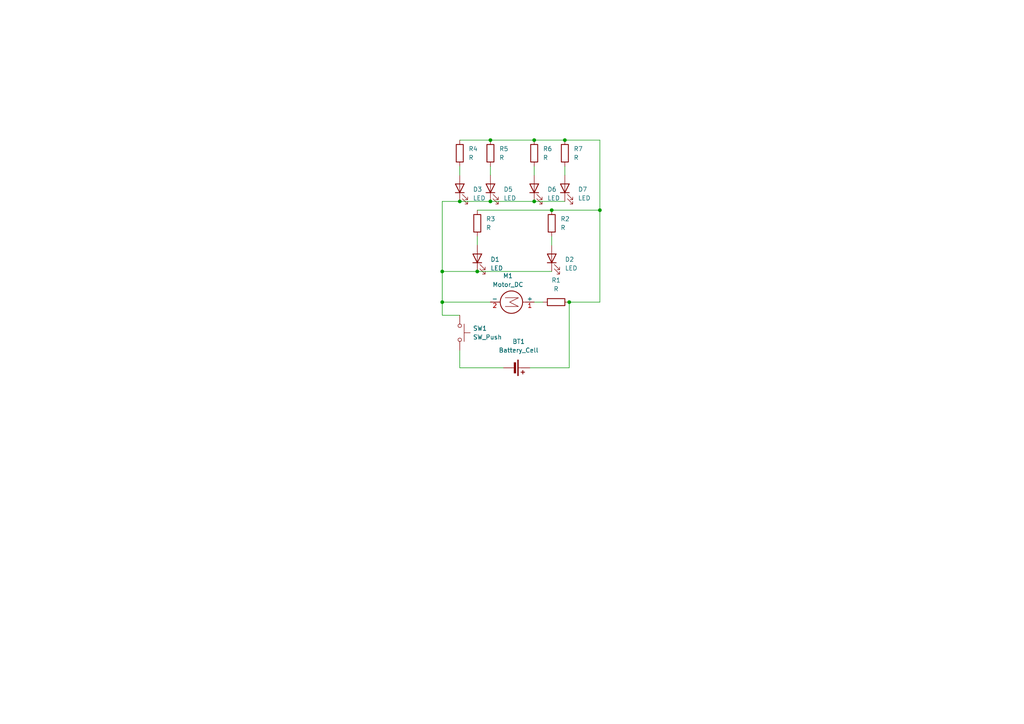
<source format=kicad_sch>
(kicad_sch (version 20250114) (generator "eeschema") (generator_version "9.0")
  (paper "A4")
  (lib_symbols
    (symbol "Device:Battery_Cell" (pin_numbers (hide yes)) (pin_names (offset 0) (hide yes))
      (property "Reference" "BT" (at 2.54 2.54 0))
      (property "Value" "Battery_Cell" (at 2.54 0 0))
      (symbol "Battery_Cell_0_1"
        (rectangle (start -2.286 1.778) (end 2.286 1.524) (fill (type outline)))
        (rectangle (start -1.524 1.016) (end 1.524 0.508) (fill (type outline)))
        (polyline (pts (xy 0 1.778) (xy 0 2.54)))
        (polyline (pts (xy 0 0.762) (xy 0 0)))
        (polyline (pts (xy 0.762 3.048) (xy 1.778 3.048)) (stroke (width 0.254)))
        (polyline (pts (xy 1.27 3.556) (xy 1.27 2.54)) (stroke (width 0.254)))
      )
      (symbol "Battery_Cell_1_1"
        (pin passive line (at 0 5.08 270) (length 2.54) (name "+") (number "1"))
        (pin passive line (at 0 -2.54 90) (length 2.54) (name "-") (number "2"))
      )
    )
    (symbol "Device:LED" (pin_numbers (hide yes)) (pin_names (offset 1.016) (hide yes))
      (property "Reference" "D" (at 0 2.54 0))
      (property "Value" "LED" (at 0 -2.54 0))
      (symbol "LED_0_1"
        (polyline (pts (xy -3.048 -0.762) (xy -4.572 -2.286) (xy -3.81 -2.286) (xy -4.572 -2.286) (xy -4.572 -1.524)))
        (polyline (pts (xy -1.778 -0.762) (xy -3.302 -2.286) (xy -2.54 -2.286) (xy -3.302 -2.286) (xy -3.302 -1.524)))
        (polyline (pts (xy -1.27 0) (xy 1.27 0)))
        (polyline (pts (xy -1.27 -1.27) (xy -1.27 1.27)) (stroke (width 0.254)))
        (polyline (pts (xy 1.27 -1.27) (xy 1.27 1.27) (xy -1.27 0) (xy 1.27 -1.27)) (stroke (width 0.254)))
      )
      (symbol "LED_1_1"
        (pin passive line (at -3.81 0 0) (length 2.54) (name "K") (number "1"))
        (pin passive line (at 3.81 0 180) (length 2.54) (name "A") (number "2"))
      )
    )
    (symbol "Device:R" (pin_numbers (hide yes)) (pin_names (offset 0))
      (property "Reference" "R" (at 2.032 0 90))
      (property "Value" "R" (at 0 0 90))
      (symbol "R_0_1"
        (rectangle (start -1.016 -2.54) (end 1.016 2.54) (stroke (width 0.254)))
      )
      (symbol "R_1_1"
        (pin passive line (at 0 3.81 270) (length 1.27) (name "~") (number "1"))
        (pin passive line (at 0 -3.81 90) (length 1.27) (name "~") (number "2"))
      )
    )
    (symbol "Motor:Motor_DC" (pin_names (offset 0))
      (property "Reference" "M" (at 2.54 2.54 0))
      (property "Value" "Motor_DC" (at 2.54 -5.08 0))
      (symbol "Motor_DC_0_0"
        (polyline (pts (xy -1.27 -3.302) (xy -1.27 0.508) (xy 0 -2.032) (xy 1.27 0.508) (xy 1.27 -3.302)))
      )
      (symbol "Motor_DC_0_1"
        (polyline (pts (xy 0 2.032) (xy 0 2.54)))
        (polyline (pts (xy 0 1.7272) (xy 0 2.0828)))
        (circle (center 0 -1.524) (radius 3.2512) (stroke (width 0.254)))
        (polyline (pts (xy 0 -4.7752) (xy 0 -5.1816)))
        (polyline (pts (xy 0 -7.62) (xy 0 -7.112)))
      )
      (symbol "Motor_DC_1_1"
        (pin passive line (at 0 5.08 270) (length 2.54) (name "+") (number "1"))
        (pin passive line (at 0 -7.62 90) (length 2.54) (name "-") (number "2"))
      )
    )
    (symbol "Switch:SW_Push" (pin_numbers (hide yes)) (pin_names (offset 1.016) (hide yes))
      (property "Reference" "SW" (at 1.27 2.54 0))
      (property "Value" "SW_Push" (at 0 -1.524 0))
      (symbol "SW_Push_0_1"
        (circle (center -2.032 0) (radius 0.508))
        (polyline (pts (xy 0 1.27) (xy 0 3.048)))
        (circle (center 2.032 0) (radius 0.508))
        (polyline (pts (xy 2.54 1.27) (xy -2.54 1.27)))
        (pin passive line (at -5.08 0 0) (length 2.54) (name "1") (number "1"))
        (pin passive line (at 5.08 0 180) (length 2.54) (name "2") (number "2"))
      )
    )
  )
  (junction (at 154.94 58.42))
  (junction (at 142.24 58.42))
  (junction (at 165.1 87.63))
  (junction (at 163.83 40.64))
  (junction (at 128.27 78.74))
  (junction (at 173.99 60.96))
  (junction (at 128.27 87.63))
  (junction (at 133.35 58.42))
  (junction (at 154.94 40.64))
  (junction (at 138.43 78.74))
  (junction (at 142.24 40.64))
  (junction (at 160.02 60.96))
  (wire (pts (xy 154.94 58.42) (xy 163.83 58.42)))
  (wire (pts (xy 146.05 106.68) (xy 133.35 106.68)))
  (wire (pts (xy 142.24 40.64) (xy 154.94 40.64)))
  (wire (pts (xy 138.43 78.74) (xy 160.02 78.74)))
  (wire (pts (xy 133.35 58.42) (xy 142.24 58.42)))
  (wire (pts (xy 128.27 91.44) (xy 133.35 91.44)))
  (wire (pts (xy 133.35 106.68) (xy 133.35 101.6)))
  (wire (pts (xy 133.35 40.64) (xy 142.24 40.64)))
  (wire (pts (xy 154.94 87.63) (xy 157.48 87.63)))
  (wire (pts (xy 153.67 106.68) (xy 165.1 106.68)))
  (wire (pts (xy 142.24 48.26) (xy 142.24 50.8)))
  (wire (pts (xy 163.83 48.26) (xy 163.83 50.8)))
  (wire (pts (xy 173.99 60.96) (xy 173.99 87.63)))
  (wire (pts (xy 128.27 78.74) (xy 128.27 87.63)))
  (wire (pts (xy 133.35 58.42) (xy 128.27 58.42)))
  (wire (pts (xy 138.43 68.58) (xy 138.43 71.12)))
  (wire (pts (xy 128.27 87.63) (xy 142.24 87.63)))
  (wire (pts (xy 128.27 78.74) (xy 138.43 78.74)))
  (wire (pts (xy 173.99 40.64) (xy 173.99 60.96)))
  (wire (pts (xy 165.1 87.63) (xy 173.99 87.63)))
  (wire (pts (xy 165.1 106.68) (xy 165.1 87.63)))
  (wire (pts (xy 154.94 40.64) (xy 163.83 40.64)))
  (wire (pts (xy 160.02 68.58) (xy 160.02 71.12)))
  (wire (pts (xy 128.27 87.63) (xy 128.27 91.44)))
  (wire (pts (xy 138.43 60.96) (xy 160.02 60.96)))
  (wire (pts (xy 128.27 58.42) (xy 128.27 78.74)))
  (wire (pts (xy 154.94 48.26) (xy 154.94 50.8)))
  (wire (pts (xy 163.83 40.64) (xy 173.99 40.64)))
  (wire (pts (xy 142.24 58.42) (xy 154.94 58.42)))
  (wire (pts (xy 133.35 48.26) (xy 133.35 50.8)))
  (wire (pts (xy 160.02 60.96) (xy 173.99 60.96)))
  (symbol (lib_id "Device:LED") (at 160.02 74.93 90) (unit 1)
    (property "Reference" "D2" (at 163.83 75.2474 90) (effects (justify right)))
    (property "Value" "LED" (at 163.83 77.7874 90) (effects (justify right)))
    (property "Footprint" "LED_THT:LED_D5.0mm" (effects (hide yes)))
    (property "Description" "Light emitting diode" (effects (hide yes)))
    (property "Sim.Pins" "1=K 2=A" (effects (hide yes)))
  )
  (symbol (lib_id "Device:R") (at 161.29 87.63 90) (unit 1)
    (property "Reference" "R1" (at 161.29 81.28 90))
    (property "Value" "R" (at 161.29 83.82 90))
    (property "Footprint" "Resistor_THT:R_Axial_DIN0207_L6.3mm_D2.5mm_P7.62mm_Horizontal" (effects (hide yes)))
    (property "Description" "Resistor" (effects (hide yes)))
  )
  (symbol (lib_id "Switch:SW_Push") (at 133.35 96.52 270) (mirror x) (unit 1)
    (property "Reference" "SW1" (at 137.16 95.2499 90) (effects (justify left)))
    (property "Value" "SW_Push" (at 137.16 97.7899 90) (effects (justify left)))
    (property "Footprint" "Button_Switch_THT:SW_PUSH_6mm" (effects (hide yes)))
    (property "Description" "Push button switch, generic, two pins" (effects (hide yes)))
  )
  (symbol (lib_id "Device:R") (at 163.83 44.45 0) (unit 1)
    (property "Reference" "R7" (at 166.37 43.1799 0) (effects (justify left)))
    (property "Value" "R" (at 166.37 45.7199 0) (effects (justify left)))
    (property "Footprint" "Resistor_THT:R_Axial_DIN0207_L6.3mm_D2.5mm_P7.62mm_Horizontal" (effects (hide yes)))
    (property "Description" "Resistor" (effects (hide yes)))
  )
  (symbol (lib_id "Device:R") (at 154.94 44.45 0) (unit 1)
    (property "Reference" "R6" (at 157.48 43.1799 0) (effects (justify left)))
    (property "Value" "R" (at 157.48 45.7199 0) (effects (justify left)))
    (property "Footprint" "Resistor_THT:R_Axial_DIN0207_L6.3mm_D2.5mm_P7.62mm_Horizontal" (effects (hide yes)))
    (property "Description" "Resistor" (effects (hide yes)))
  )
  (symbol (lib_id "Device:Battery_Cell") (at 148.59 106.68 270) (unit 1)
    (property "Reference" "BT1" (at 150.4315 99.06 90))
    (property "Value" "Battery_Cell" (at 150.4315 101.6 90))
    (property "Footprint" "Battery:BatteryHolder_Keystone_3034_1x20mm" (effects (hide yes)))
    (property "Description" "Single-cell battery" (effects (hide yes)))
  )
  (symbol (lib_id "Motor:Motor_DC") (at 149.86 87.63 270) (unit 1)
    (property "Reference" "M1" (at 147.32 80.01 90))
    (property "Value" "Motor_DC" (at 147.32 82.55 90))
    (property "Footprint" "Connector_PinHeader_2.54mm:PinHeader_1x02_P2.54mm_Vertical" (effects (hide yes)))
    (property "Description" "DC Motor" (effects (hide yes)))
  )
  (symbol (lib_id "Device:LED") (at 163.83 54.61 90) (unit 1)
    (property "Reference" "D7" (at 167.64 54.9274 90) (effects (justify right)))
    (property "Value" "LED" (at 167.64 57.4674 90) (effects (justify right)))
    (property "Footprint" "LED_THT:LED_D5.0mm" (effects (hide yes)))
    (property "Description" "Light emitting diode" (effects (hide yes)))
    (property "Sim.Pins" "1=K 2=A" (effects (hide yes)))
  )
  (symbol (lib_id "Device:R") (at 138.43 64.77 0) (unit 1)
    (property "Reference" "R3" (at 140.97 63.4999 0) (effects (justify left)))
    (property "Value" "R" (at 140.97 66.0399 0) (effects (justify left)))
    (property "Footprint" "Resistor_THT:R_Axial_DIN0207_L6.3mm_D2.5mm_P7.62mm_Horizontal" (effects (hide yes)))
    (property "Description" "Resistor" (effects (hide yes)))
  )
  (symbol (lib_id "Device:LED") (at 133.35 54.61 90) (unit 1)
    (property "Reference" "D3" (at 137.16 54.9274 90) (effects (justify right)))
    (property "Value" "LED" (at 137.16 57.4674 90) (effects (justify right)))
    (property "Footprint" "LED_THT:LED_D5.0mm" (effects (hide yes)))
    (property "Description" "Light emitting diode" (effects (hide yes)))
    (property "Sim.Pins" "1=K 2=A" (effects (hide yes)))
  )
  (symbol (lib_id "Device:LED") (at 154.94 54.61 90) (unit 1)
    (property "Reference" "D6" (at 158.75 54.9274 90) (effects (justify right)))
    (property "Value" "LED" (at 158.75 57.4674 90) (effects (justify right)))
    (property "Footprint" "LED_THT:LED_D5.0mm" (effects (hide yes)))
    (property "Description" "Light emitting diode" (effects (hide yes)))
    (property "Sim.Pins" "1=K 2=A" (effects (hide yes)))
  )
  (symbol (lib_id "Device:LED") (at 138.43 74.93 90) (unit 1)
    (property "Reference" "D1" (at 142.24 75.2474 90) (effects (justify right)))
    (property "Value" "LED" (at 142.24 77.7874 90) (effects (justify right)))
    (property "Footprint" "LED_THT:LED_D5.0mm" (effects (hide yes)))
    (property "Description" "Light emitting diode" (effects (hide yes)))
    (property "Sim.Pins" "1=K 2=A" (effects (hide yes)))
  )
  (symbol (lib_id "Device:R") (at 142.24 44.45 0) (unit 1)
    (property "Reference" "R5" (at 144.78 43.1799 0) (effects (justify left)))
    (property "Value" "R" (at 144.78 45.7199 0) (effects (justify left)))
    (property "Footprint" "Resistor_THT:R_Axial_DIN0207_L6.3mm_D2.5mm_P7.62mm_Horizontal" (effects (hide yes)))
    (property "Description" "Resistor" (effects (hide yes)))
  )
  (symbol (lib_id "Device:LED") (at 142.24 54.61 90) (unit 1)
    (property "Reference" "D5" (at 146.05 54.9274 90) (effects (justify right)))
    (property "Value" "LED" (at 146.05 57.4674 90) (effects (justify right)))
    (property "Footprint" "LED_THT:LED_D5.0mm" (effects (hide yes)))
    (property "Description" "Light emitting diode" (effects (hide yes)))
    (property "Sim.Pins" "1=K 2=A" (effects (hide yes)))
  )
  (symbol (lib_id "Device:R") (at 160.02 64.77 0) (unit 1)
    (property "Reference" "R2" (at 162.56 63.4999 0) (effects (justify left)))
    (property "Value" "R" (at 162.56 66.0399 0) (effects (justify left)))
    (property "Footprint" "Resistor_THT:R_Axial_DIN0207_L6.3mm_D2.5mm_P7.62mm_Horizontal" (effects (hide yes)))
    (property "Description" "Resistor" (effects (hide yes)))
  )
  (symbol (lib_id "Device:R") (at 133.35 44.45 0) (unit 1)
    (property "Reference" "R4" (at 135.89 43.1799 0) (effects (justify left)))
    (property "Value" "R" (at 135.89 45.7199 0) (effects (justify left)))
    (property "Footprint" "Resistor_THT:R_Axial_DIN0207_L6.3mm_D2.5mm_P7.62mm_Horizontal" (effects (hide yes)))
    (property "Description" "Resistor" (effects (hide yes)))
  )
)
</source>
